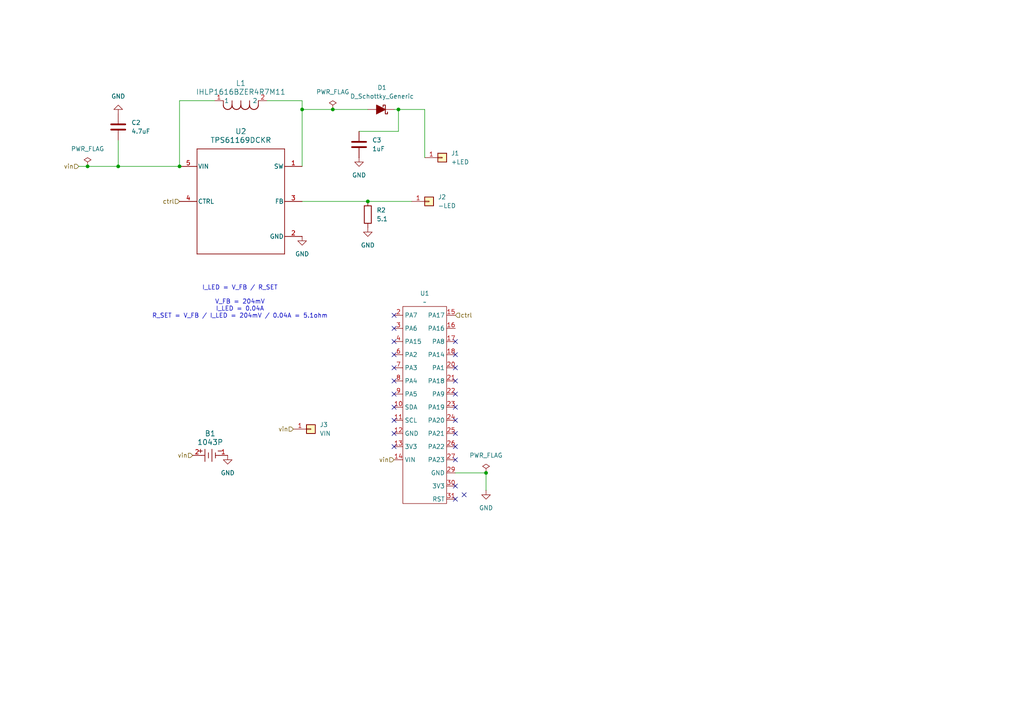
<source format=kicad_sch>
(kicad_sch (version 20231120) (generator "eeschema") (generator_version "8.0")
  (paper "A4")
  (lib_symbols
    (symbol "2024-12-11_13-15-45:1043P" (pin_names (offset 0.254))
      (property "Reference" "B" (at 4.826 3.81 0))
      (property "Value" "1043P" (at 4.826 -3.81 0))
      (symbol "1043P_0_1"
        (polyline (pts (xy 1.778 1.27) (xy 2.794 1.27)) (stroke (width 0.2032)))
        (polyline (pts (xy 2.286 0.762) (xy 2.286 1.778)) (stroke (width 0.2032)))
        (polyline (pts (xy 2.54 0) (xy 3.4798 0)) (stroke (width 0.2032)))
        (polyline (pts (xy 3.556 -1.778) (xy 3.556 1.778)) (stroke (width 0.2032)))
        (polyline (pts (xy 4.572 0.762) (xy 4.572 -0.762)) (stroke (width 0.2032)))
        (polyline (pts (xy 5.588 -1.778) (xy 5.588 1.778)) (stroke (width 0.2032)))
        (polyline (pts (xy 6.604 0) (xy 7.62 0)) (stroke (width 0.2032)))
        (polyline (pts (xy 6.604 0.762) (xy 6.604 -0.762)) (stroke (width 0.2032)))
        (polyline (pts (xy 7.366 1.27) (xy 8.382 1.27)) (stroke (width 0.2032)))
        (pin unspecified line (at 10.16 0 180) (length 2.54) (name "") (number "1"))
        (pin unspecified line (at 0 0 0) (length 2.54) (name "") (number "2"))
      )
    )
    (symbol "Connector_Generic:Conn_01x01" (pin_names (offset 1.016) hide)
      (property "Reference" "J" (at 0 2.54 0))
      (property "Value" "Conn_01x01" (at 0 -2.54 0))
      (symbol "Conn_01x01_1_1"
        (rectangle (start -1.27 0.127) (end 0 -0.127) (stroke (width 0.1524)))
        (rectangle (start -1.27 1.27) (end 1.27 -1.27) (stroke (width 0.254)) (fill (type background)))
        (pin passive line (at -5.08 0 0) (length 3.81) (name "Pin_1") (number "1"))
      )
    )
    (symbol "IHLP1616:IHLP1616BZER4R7M11" (pin_names (offset 0.254))
      (property "Reference" "L" (at 6.985 5.08 0))
      (property "Value" "IHLP1616BZER4R7M11" (at 6.985 -2.54 0))
      (symbol "IHLP1616BZER4R7M11_1_1"
        (polyline (pts (xy 2.54 0) (xy 2.54 1.27)) (stroke (width 0.2032)))
        (polyline (pts (xy 5.08 0) (xy 5.08 1.27)) (stroke (width 0.2032)))
        (polyline (pts (xy 7.62 0) (xy 7.62 1.27)) (stroke (width 0.2032)))
        (polyline (pts (xy 10.16 0) (xy 10.16 1.27)) (stroke (width 0.2032)))
        (polyline (pts (xy 12.7 0) (xy 12.7 1.27)) (stroke (width 0.2032)))
        (arc (start 5.08 1.27) (mid 3.81 2.5344) (end 2.54 1.27) (stroke (width 0.254)))
        (arc (start 7.62 1.27) (mid 6.35 2.5344) (end 5.08 1.27) (stroke (width 0.254)))
        (arc (start 10.16 1.27) (mid 8.89 2.5344) (end 7.62 1.27) (stroke (width 0.254)))
        (arc (start 12.7 1.27) (mid 11.43 2.5344) (end 10.16 1.27) (stroke (width 0.254)))
        (pin unspecified line (at 15.24 0 180) (length 2.54) (name "1") (number "1"))
        (pin unspecified line (at 0 0 0) (length 2.54) (name "2") (number "2"))
      )
      (symbol "IHLP1616BZER4R7M11_1_2"
        (arc (start -1.27 5.08) (mid -2.5344 3.81) (end -1.27 2.54) (stroke (width 0.254)))
        (arc (start -1.27 7.62) (mid -2.5344 6.35) (end -1.27 5.08) (stroke (width 0.254)))
        (arc (start -1.27 10.16) (mid -2.5344 8.89) (end -1.27 7.62) (stroke (width 0.254)))
        (arc (start -1.27 12.7) (mid -2.5344 11.43) (end -1.27 10.16) (stroke (width 0.254)))
        (polyline (pts (xy 0 2.54) (xy -1.27 2.54)) (stroke (width 0.2032)))
        (polyline (pts (xy 0 5.08) (xy -1.27 5.08)) (stroke (width 0.2032)))
        (polyline (pts (xy 0 7.62) (xy -1.27 7.62)) (stroke (width 0.2032)))
        (polyline (pts (xy 0 10.16) (xy -1.27 10.16)) (stroke (width 0.2032)))
        (polyline (pts (xy 0 12.7) (xy -1.27 12.7)) (stroke (width 0.2032)))
        (pin unspecified line (at 0 15.24 270) (length 2.54) (name "1") (number "1"))
        (pin unspecified line (at 0 0 90) (length 2.54) (name "2") (number "2"))
      )
    )
    (symbol "PCM_Capacitor_AKL:C_0402" (pin_numbers hide) (pin_names (offset 0.254))
      (property "Reference" "C" (at 0.635 2.54 0))
      (property "Value" "C_0402" (at 0.635 -2.54 0))
      (symbol "C_0402_0_1"
        (polyline (pts (xy -2.032 -0.762) (xy 2.032 -0.762)) (stroke (width 0.508)))
        (polyline (pts (xy -2.032 0.762) (xy 2.032 0.762)) (stroke (width 0.508)))
      )
      (symbol "C_0402_0_2"
        (polyline (pts (xy -2.54 -2.54) (xy -0.381 -0.381)))
        (polyline (pts (xy -0.508 -0.508) (xy -1.651 0.635)) (stroke (width 0.508)))
        (polyline (pts (xy -0.508 -0.508) (xy 0.635 -1.651)) (stroke (width 0.508)))
        (polyline (pts (xy 0.381 0.381) (xy 2.54 2.54)))
        (polyline (pts (xy 0.508 0.508) (xy -0.635 1.651)) (stroke (width 0.508)))
        (polyline (pts (xy 0.508 0.508) (xy 1.651 -0.635)) (stroke (width 0.508)))
      )
      (symbol "C_0402_1_1"
        (pin passive line (at 0 3.81 270) (length 2.794) (name "~") (number "1"))
        (pin passive line (at 0 -3.81 90) (length 2.794) (name "~") (number "2"))
      )
      (symbol "C_0402_1_2"
        (pin passive line (at 2.54 2.54 270) (length 0) (name "~") (number "1"))
        (pin passive line (at -2.54 -2.54 90) (length 0) (name "~") (number "2"))
      )
    )
    (symbol "PCM_Capacitor_AKL:C_0805" (pin_numbers hide) (pin_names (offset 0.254))
      (property "Reference" "C" (at 0.635 2.54 0))
      (property "Value" "C_0805" (at 0.635 -2.54 0))
      (symbol "C_0805_0_1"
        (polyline (pts (xy -2.032 -0.762) (xy 2.032 -0.762)) (stroke (width 0.508)))
        (polyline (pts (xy -2.032 0.762) (xy 2.032 0.762)) (stroke (width 0.508)))
      )
      (symbol "C_0805_0_2"
        (polyline (pts (xy -2.54 -2.54) (xy -0.381 -0.381)))
        (polyline (pts (xy -0.508 -0.508) (xy -1.651 0.635)) (stroke (width 0.508)))
        (polyline (pts (xy -0.508 -0.508) (xy 0.635 -1.651)) (stroke (width 0.508)))
        (polyline (pts (xy 0.381 0.381) (xy 2.54 2.54)))
        (polyline (pts (xy 0.508 0.508) (xy -0.635 1.651)) (stroke (width 0.508)))
        (polyline (pts (xy 0.508 0.508) (xy 1.651 -0.635)) (stroke (width 0.508)))
      )
      (symbol "C_0805_1_1"
        (pin passive line (at 0 3.81 270) (length 2.794) (name "~") (number "1"))
        (pin passive line (at 0 -3.81 90) (length 2.794) (name "~") (number "2"))
      )
      (symbol "C_0805_1_2"
        (pin passive line (at 2.54 2.54 270) (length 0) (name "~") (number "1"))
        (pin passive line (at -2.54 -2.54 90) (length 0) (name "~") (number "2"))
      )
    )
    (symbol "PCM_Diode_Schottky_AKL:D_Schottky_Generic" (pin_numbers hide) (pin_names (offset 1.016) hide)
      (property "Reference" "D" (at 0 7.62 0))
      (property "Value" "D_Schottky_Generic" (at 0 5.08 0))
      (symbol "D_Schottky_Generic_0_1"
        (polyline (pts (xy -1.27 0) (xy 1.27 0)))
        (polyline (pts (xy -1.27 -1.27) (xy -1.27 1.27) (xy 1.27 0) (xy -1.27 -1.27)) (stroke (width 0.254)) (fill (type outline)))
        (polyline (pts (xy 1.905 -0.762) (xy 1.905 -1.27) (xy 1.27 -1.27) (xy 1.27 1.27) (xy 0.635 1.27) (xy 0.635 0.762)) (stroke (width 0.254)))
      )
      (symbol "D_Schottky_Generic_0_2"
        (polyline (pts (xy -2.54 -2.54) (xy 2.54 2.54)))
        (polyline (pts (xy 0 1.778) (xy 1.778 0)) (stroke (width 0.254)))
        (polyline (pts (xy 0 1.778) (xy -0.381 1.397) (xy 0 1.016)) (stroke (width 0.254)))
        (polyline (pts (xy 1.778 0) (xy 2.159 0.381) (xy 1.778 0.762)) (stroke (width 0.254)))
        (polyline (pts (xy -0.889 -0.889) (xy -1.778 0) (xy 0.889 0.889) (xy 0 -1.778) (xy -0.889 -0.889)) (stroke (width 0.254)) (fill (type outline)))
      )
      (symbol "D_Schottky_Generic_1_1"
        (pin passive line (at 3.81 0 180) (length 2.54) (name "K") (number "1"))
        (pin passive line (at -3.81 0 0) (length 2.54) (name "A") (number "2"))
      )
      (symbol "D_Schottky_Generic_1_2"
        (pin passive line (at 2.54 2.54 180) (length 0) (name "K") (number "1"))
        (pin passive line (at -2.54 -2.54 0) (length 0) (name "A") (number "2"))
      )
    )
    (symbol "PCM_Resistor_AKL:R_0805" (pin_numbers hide) (pin_names (offset 0))
      (property "Reference" "R" (at 2.54 1.27 0))
      (property "Value" "R_0805" (at 2.54 -1.27 0))
      (symbol "R_0805_0_1"
        (rectangle (start -1.016 2.54) (end 1.016 -2.54) (stroke (width 0.254)))
      )
      (symbol "R_0805_0_2"
        (polyline (pts (xy -2.54 -2.54) (xy -1.524 -1.524)))
        (polyline (pts (xy 1.524 1.524) (xy 2.54 2.54)))
        (polyline (pts (xy 1.524 1.524) (xy 0.889 2.159) (xy -2.159 -0.889) (xy -0.889 -2.159) (xy 2.159 0.889) (xy 1.524 1.524)) (stroke (width 0.254)))
      )
      (symbol "R_0805_1_1"
        (pin passive line (at 0 3.81 270) (length 1.27) (name "~") (number "1"))
        (pin passive line (at 0 -3.81 90) (length 1.27) (name "~") (number "2"))
      )
      (symbol "R_0805_1_2"
        (pin passive line (at 2.54 2.54 180) (length 0) (name "") (number "1"))
        (pin passive line (at -2.54 -2.54 0) (length 0) (name "") (number "2"))
      )
    )
    (symbol "TPS61169DCKR:TPS61169DCKR" (pin_names (offset 0.254))
      (property "Reference" "U" (at 0 2.54 0))
      (property "Value" "TPS61169DCKR" (at 0 0 0))
      (symbol "TPS61169DCKR_0_1"
        (polyline (pts (xy -12.7 -15.24) (xy 12.7 -15.24)) (stroke (width 0.2032)))
        (polyline (pts (xy -12.7 15.24) (xy -12.7 -15.24)) (stroke (width 0.2032)))
        (polyline (pts (xy 12.7 -15.24) (xy 12.7 15.24)) (stroke (width 0.2032)))
        (polyline (pts (xy 12.7 15.24) (xy -12.7 15.24)) (stroke (width 0.2032)))
        (pin power_in line (at 17.78 10.16 180) (length 5.08) (name "SW") (number "1"))
        (pin power_in line (at 17.78 -10.16 180) (length 5.08) (name "GND") (number "2"))
        (pin input line (at 17.78 0 180) (length 5.08) (name "FB") (number "3"))
        (pin input line (at -17.78 0 0) (length 5.08) (name "CTRL") (number "4"))
        (pin power_in line (at -17.78 10.16 0) (length 5.08) (name "VIN") (number "5"))
      )
    )
    (symbol "firebeetle:Firebeetle"
      (property "Reference" "U" (at 0 0 0))
      (symbol "Firebeetle_0_1"
        (rectangle (start -6.35 2.54) (end 6.35 -54.61))
      )
      (symbol "Firebeetle_1_1"
        (pin bidirectional line (at -8.89 -26.67 0) (length 2.54) (name "SDA") (number "10"))
        (pin bidirectional line (at -8.89 -30.48 0) (length 2.54) (name "SCL") (number "11"))
        (pin power_in line (at -8.89 -34.29 0) (length 2.54) (name "GND") (number "12"))
        (pin power_out line (at -8.89 -38.1 0) (length 2.54) (name "3V3") (number "13"))
        (pin power_in line (at -8.89 -41.91 0) (length 2.54) (name "VIN") (number "14"))
        (pin bidirectional line (at 8.89 0 180) (length 2.54) (name "PA17") (number "15"))
        (pin bidirectional line (at 8.89 -3.81 180) (length 2.54) (name "PA16") (number "16"))
        (pin bidirectional line (at 8.89 -7.62 180) (length 2.54) (name "PA8") (number "17"))
        (pin bidirectional line (at 8.89 -11.43 180) (length 2.54) (name "PA14") (number "18"))
        (pin bidirectional line (at -8.89 0 0) (length 2.54) (name "PA7") (number "2"))
        (pin bidirectional line (at 8.89 -15.24 180) (length 2.54) (name "PA1") (number "20"))
        (pin bidirectional line (at 8.89 -19.05 180) (length 2.54) (name "PA18") (number "21"))
        (pin bidirectional line (at 8.89 -22.86 180) (length 2.54) (name "PA9") (number "22"))
        (pin bidirectional line (at 8.89 -26.67 180) (length 2.54) (name "PA19") (number "23"))
        (pin bidirectional line (at 8.89 -30.48 180) (length 2.54) (name "PA20") (number "24"))
        (pin bidirectional line (at 8.89 -34.29 180) (length 2.54) (name "PA21") (number "25"))
        (pin bidirectional line (at 8.89 -38.1 180) (length 2.54) (name "PA22") (number "26"))
        (pin bidirectional line (at 8.89 -41.91 180) (length 2.54) (name "PA23") (number "27"))
        (pin power_in line (at 8.89 -45.72 180) (length 2.54) (name "GND") (number "29"))
        (pin bidirectional line (at -8.89 -3.81 0) (length 2.54) (name "PA6") (number "3"))
        (pin power_out line (at 8.89 -49.53 180) (length 2.54) (name "3V3") (number "30"))
        (pin bidirectional line (at 8.89 -53.34 180) (length 2.54) (name "RST") (number "31"))
        (pin bidirectional line (at -8.89 -7.62 0) (length 2.54) (name "PA15") (number "4"))
        (pin bidirectional line (at -8.89 -11.43 0) (length 2.54) (name "PA2") (number "6"))
        (pin bidirectional line (at -8.89 -15.24 0) (length 2.54) (name "PA3") (number "7"))
        (pin bidirectional line (at -8.89 -19.05 0) (length 2.54) (name "PA4") (number "8"))
        (pin bidirectional line (at -8.89 -22.86 0) (length 2.54) (name "PA5") (number "9"))
      )
    )
    (symbol "power:GND" (power) (pin_numbers hide) (pin_names (offset 0) hide)
      (property "Value" "GND" (at 0 -3.81 0))
      (symbol "GND_0_1"
        (polyline (pts (xy 0 0) (xy 0 -1.27) (xy 1.27 -1.27) (xy 0 -2.54) (xy -1.27 -1.27) (xy 0 -1.27)))
      )
      (symbol "GND_1_1"
        (pin power_in line (at 0 0 270) (length 0) (name "~") (number "1"))
      )
    )
    (symbol "power:PWR_FLAG" (power) (pin_numbers hide) (pin_names (offset 0) hide)
      (property "Value" "PWR_FLAG" (at 0 3.81 0))
      (symbol "PWR_FLAG_0_0"
        (pin power_out line (at 0 0 90) (length 0) (name "~") (number "1"))
      )
      (symbol "PWR_FLAG_0_1"
        (polyline (pts (xy 0 0) (xy 0 1.27) (xy -1.016 1.905) (xy 0 2.54) (xy 1.016 1.905) (xy 0 1.27)))
      )
    )
  )
  (junction (at 52.07 48.26))
  (junction (at 106.68 58.42))
  (junction (at 140.97 137.16))
  (junction (at 115.57 31.75))
  (junction (at 34.29 48.26))
  (junction (at 25.4 48.26))
  (junction (at 96.52 31.75))
  (junction (at 87.63 31.75))
  (no_connect (at 134.62 143.51))
  (no_connect (at 114.3 99.06))
  (no_connect (at 114.3 125.73))
  (no_connect (at 114.3 102.87))
  (no_connect (at 132.08 140.97))
  (no_connect (at 132.08 133.35))
  (no_connect (at 132.08 129.54))
  (no_connect (at 132.08 121.92))
  (no_connect (at 114.3 129.54))
  (no_connect (at 132.08 144.78))
  (no_connect (at 132.08 106.68))
  (no_connect (at 114.3 114.3))
  (no_connect (at 114.3 91.44))
  (no_connect (at 132.08 125.73))
  (no_connect (at 132.08 110.49))
  (no_connect (at 114.3 95.25))
  (no_connect (at 114.3 121.92))
  (no_connect (at 114.3 118.11))
  (no_connect (at 114.3 106.68))
  (no_connect (at 114.3 110.49))
  (no_connect (at 132.08 102.87))
  (no_connect (at 132.08 114.3))
  (no_connect (at 132.08 99.06))
  (no_connect (at 132.08 118.11))
  (wire (pts (xy 114.3 31.75) (xy 115.57 31.75)))
  (wire (pts (xy 119.38 58.42) (xy 106.68 58.42)))
  (wire (pts (xy 123.19 31.75) (xy 123.19 45.72)))
  (wire (pts (xy 22.86 48.26) (xy 25.4 48.26)))
  (wire (pts (xy 34.29 48.26) (xy 52.07 48.26)))
  (wire (pts (xy 104.14 38.1) (xy 115.57 38.1)))
  (wire (pts (xy 96.52 31.75) (xy 106.68 31.75)))
  (wire (pts (xy 140.97 137.16) (xy 140.97 142.24)))
  (wire (pts (xy 34.29 40.64) (xy 34.29 48.26)))
  (wire (pts (xy 52.07 48.26) (xy 52.07 29.21)))
  (wire (pts (xy 106.68 58.42) (xy 87.63 58.42)))
  (wire (pts (xy 87.63 31.75) (xy 96.52 31.75)))
  (wire (pts (xy 77.47 29.21) (xy 87.63 29.21)))
  (wire (pts (xy 87.63 29.21) (xy 87.63 31.75)))
  (wire (pts (xy 25.4 48.26) (xy 34.29 48.26)))
  (wire (pts (xy 140.97 137.16) (xy 132.08 137.16)))
  (wire (pts (xy 87.63 31.75) (xy 87.63 48.26)))
  (wire (pts (xy 115.57 31.75) (xy 123.19 31.75)))
  (wire (pts (xy 52.07 29.21) (xy 62.23 29.21)))
  (wire (pts (xy 115.57 38.1) (xy 115.57 31.75)))
  (text "I_LED = V_FB / R_SET\n\nV_FB = 204mV\nI_LED = 0.04A\nR_SET = V_FB / I_LED = 204mV / 0.04A = 5.1ohm" (at 69.596 87.63 0) (effects (font (size 1.27 1.27))))
  (hierarchical_label "vin" (shape input) (at 55.88 132.08 180))
  (hierarchical_label "vin" (shape input) (at 114.3 133.35 180))
  (hierarchical_label "vin" (shape input) (at 85.09 124.46 180))
  (hierarchical_label "vin" (shape input) (at 22.86 48.26 180))
  (hierarchical_label "ctrl" (shape input) (at 52.07 58.42 180))
  (hierarchical_label "ctrl" (shape input) (at 132.08 91.44 0))
  (symbol (lib_id "power:PWR_FLAG") (at 96.52 31.75 0) (unit 1)
    (property "Reference" "#FLG03" (effects (hide yes)))
    (property "Value" "PWR_FLAG" (at 96.52 26.67 0))
    (property "Description" "Special symbol for telling ERC where power comes from" (effects (hide yes)))
  )
  (symbol (lib_id "power:GND") (at 66.04 132.08 0) (unit 1)
    (property "Reference" "#PWR02" (effects (hide yes)))
    (property "Value" "GND" (at 66.04 137.16 0))
    (property "Description" "Power symbol creates a global label with name \"GND\" , ground" (effects (hide yes)))
  )
  (symbol (lib_id "firebeetle:Firebeetle") (at 123.19 91.44 0) (unit 1)
    (property "Reference" "U1" (at 123.19 85.09 0))
    (property "Value" "~" (at 123.19 87.63 0))
    (property "Footprint" "Library:firebeetle2" (effects (hide yes)))
  )
  (symbol (lib_id "IHLP1616:IHLP1616BZER4R7M11") (at 77.47 29.21 180) (unit 1)
    (property "Reference" "L1" (at 69.85 24.13 0) (effects (font (size 1.524 1.524))))
    (property "Value" "IHLP1616BZER4R7M11" (at 69.85 26.67 0) (effects (font (size 1.524 1.524))))
    (property "Footprint" "PCM_Inductor_SMD_AKL:L_Vishay_IHLP-1616" (effects (hide yes)))
    (property "Datasheet" "IHLP1616BZER4R7M11" (effects (hide yes)))
  )
  (symbol (lib_id "Connector_Generic:Conn_01x01") (at 90.17 124.46 0) (unit 1)
    (property "Reference" "J3" (at 92.71 123.1899 0) (effects (justify left)))
    (property "Value" "VIN" (at 92.71 125.7299 0) (effects (justify left)))
    (property "Footprint" "TestPoint:TestPoint_Pad_D4.0mm" (effects (hide yes)))
    (property "Description" "Generic connector, single row, 01x01, script generated (kicad-library-utils/schlib/autogen/connector/)" (effects (hide yes)))
  )
  (symbol (lib_id "power:GND") (at 104.14 45.72 0) (unit 1)
    (property "Reference" "#PWR05" (effects (hide yes)))
    (property "Value" "GND" (at 104.14 50.8 0))
    (property "Description" "Power symbol creates a global label with name \"GND\" , ground" (effects (hide yes)))
  )
  (symbol (lib_id "2024-12-11_13-15-45:1043P") (at 55.88 132.08 0) (unit 1)
    (property "Reference" "B1" (at 60.96 125.73 0) (effects (font (size 1.524 1.524))))
    (property "Value" "1043P" (at 60.96 128.27 0) (effects (font (size 1.524 1.524))))
    (property "Footprint" "footprints:BATT_1043P_KEY" (effects (hide yes)))
    (property "Datasheet" "1043P" (effects (hide yes)))
  )
  (symbol (lib_id "PCM_Capacitor_AKL:C_0402") (at 34.29 36.83 180) (unit 1)
    (property "Reference" "C2" (at 38.1 35.5599 0) (effects (justify right)))
    (property "Value" "4.7uF" (at 38.1 38.0999 0) (effects (justify right)))
    (property "Footprint" "Capacitor_SMD_AKL:C_0402_1005Metric" (effects (hide yes)))
    (property "Description" "SMD 0402 MLCC capacitor, Alternate KiCad Library" (effects (hide yes)))
  )
  (symbol (lib_id "Connector_Generic:Conn_01x01") (at 124.46 58.42 0) (unit 1)
    (property "Reference" "J2" (at 127 57.1499 0) (effects (justify left)))
    (property "Value" "-LED" (at 127 59.6899 0) (effects (justify left)))
    (property "Footprint" "TestPoint:TestPoint_Pad_D4.0mm" (effects (hide yes)))
    (property "Description" "Generic connector, single row, 01x01, script generated (kicad-library-utils/schlib/autogen/connector/)" (effects (hide yes)))
  )
  (symbol (lib_id "Connector_Generic:Conn_01x01") (at 128.27 45.72 0) (unit 1)
    (property "Reference" "J1" (at 130.81 44.4499 0) (effects (justify left)))
    (property "Value" "+LED" (at 130.81 46.9899 0) (effects (justify left)))
    (property "Footprint" "TestPoint:TestPoint_Pad_D4.0mm" (effects (hide yes)))
    (property "Description" "Generic connector, single row, 01x01, script generated (kicad-library-utils/schlib/autogen/connector/)" (effects (hide yes)))
  )
  (symbol (lib_id "TPS61169DCKR:TPS61169DCKR") (at 69.85 58.42 0) (unit 1)
    (property "Reference" "U2" (at 69.85 38.1 0) (effects (font (size 1.524 1.524))))
    (property "Value" "TPS61169DCKR" (at 69.85 40.64 0) (effects (font (size 1.524 1.524))))
    (property "Footprint" "footprints:DCK0005A_N" (effects (hide yes)))
    (property "Datasheet" "TPS61169DCKR" (effects (hide yes)))
  )
  (symbol (lib_id "power:GND") (at 34.29 33.02 180) (unit 1)
    (property "Reference" "#PWR04" (effects (hide yes)))
    (property "Value" "GND" (at 34.29 27.94 0))
    (property "Description" "Power symbol creates a global label with name \"GND\" , ground" (effects (hide yes)))
  )
  (symbol (lib_id "PCM_Resistor_AKL:R_0805") (at 106.68 62.23 0) (unit 1)
    (property "Reference" "R2" (at 109.22 60.9599 0) (effects (justify left)))
    (property "Value" "5.1" (at 109.22 63.4999 0) (effects (justify left)))
    (property "Footprint" "Resistor_SMD_AKL:R_0805_2012Metric" (effects (hide yes)))
    (property "Description" "SMD 0805 Chip Resistor, European Symbol, Alternate KiCad Library" (effects (hide yes)))
  )
  (symbol (lib_id "power:GND") (at 106.68 66.04 0) (unit 1)
    (property "Reference" "#PWR03" (effects (hide yes)))
    (property "Value" "GND" (at 106.68 71.12 0))
    (property "Description" "Power symbol creates a global label with name \"GND\" , ground" (effects (hide yes)))
  )
  (symbol (lib_id "power:PWR_FLAG") (at 140.97 137.16 0) (unit 1)
    (property "Reference" "#FLG01" (effects (hide yes)))
    (property "Value" "PWR_FLAG" (at 140.97 132.08 0))
    (property "Description" "Special symbol for telling ERC where power comes from" (effects (hide yes)))
  )
  (symbol (lib_id "power:GND") (at 87.63 68.58 0) (unit 1)
    (property "Reference" "#PWR06" (effects (hide yes)))
    (property "Value" "GND" (at 87.63 73.66 0))
    (property "Description" "Power symbol creates a global label with name \"GND\" , ground" (effects (hide yes)))
  )
  (symbol (lib_id "power:GND") (at 140.97 142.24 0) (unit 1)
    (property "Reference" "#PWR01" (effects (hide yes)))
    (property "Value" "GND" (at 140.97 147.32 0))
    (property "Description" "Power symbol creates a global label with name \"GND\" , ground" (effects (hide yes)))
  )
  (symbol (lib_id "PCM_Capacitor_AKL:C_0805") (at 104.14 41.91 0) (unit 1)
    (property "Reference" "C3" (at 107.95 40.6399 0) (effects (justify left)))
    (property "Value" "1uF" (at 107.95 43.1799 0) (effects (justify left)))
    (property "Footprint" "Capacitor_SMD_AKL:C_0805_2012Metric" (effects (hide yes)))
    (property "Description" "SMD 0805 MLCC capacitor, Alternate KiCad Library" (effects (hide yes)))
  )
  (symbol (lib_id "PCM_Diode_Schottky_AKL:D_Schottky_Generic") (at 110.49 31.75 0) (unit 1)
    (property "Reference" "D1" (at 110.8075 25.4 0))
    (property "Value" "D_Schottky_Generic" (at 110.8075 27.94 0))
    (property "Footprint" "PCM_Diode_SMD_AKL:D_SOD-523" (effects (hide yes)))
    (property "Description" "Schottky diode, Generic Symbol, Alternate KiCAD Library" (effects (hide yes)))
  )
  (symbol (lib_id "power:PWR_FLAG") (at 25.4 48.26 0) (unit 1)
    (property "Reference" "#FLG02" (effects (hide yes)))
    (property "Value" "PWR_FLAG" (at 25.4 43.18 0))
    (property "Description" "Special symbol for telling ERC where power comes from" (effects (hide yes)))
  )
)
</source>
